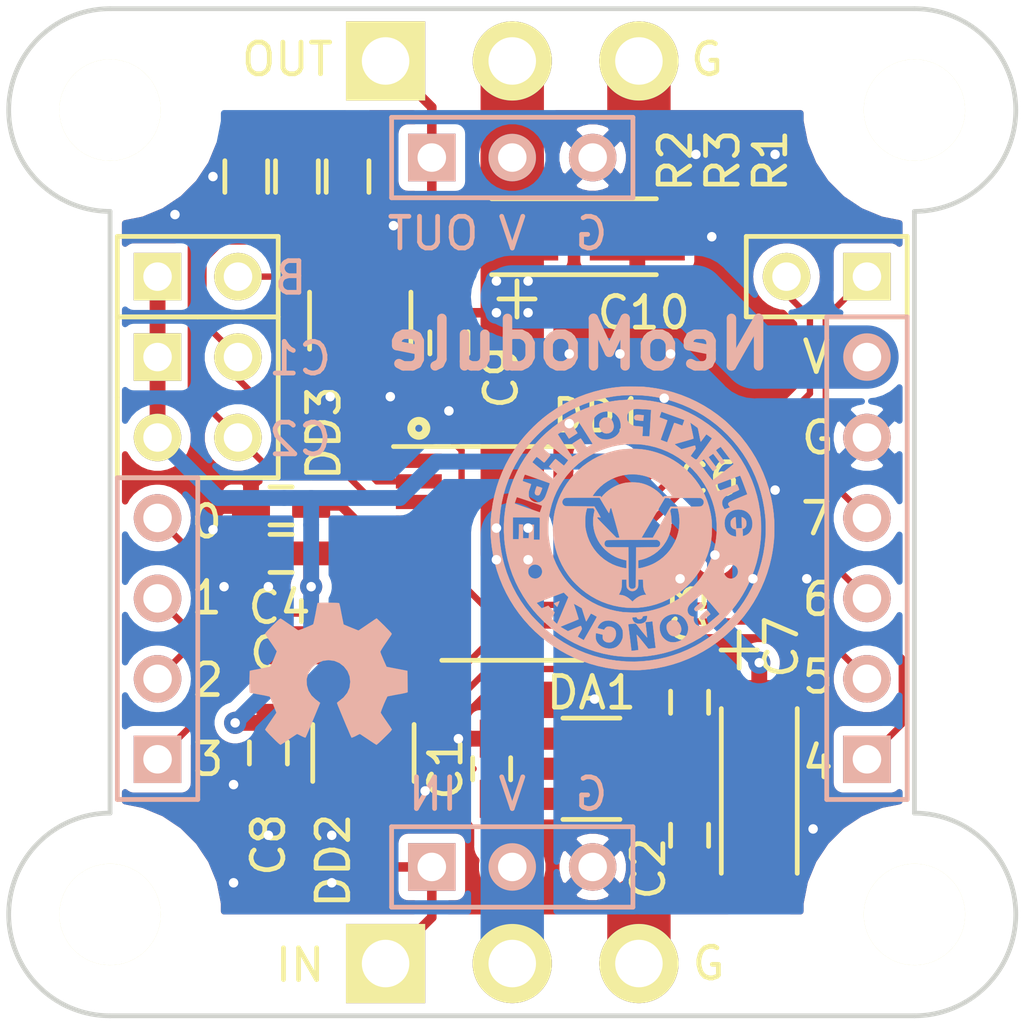
<source format=kicad_pcb>
(kicad_pcb (version 20171130) (host pcbnew "(5.0.0)")
  (layers (0 F.Cu signal) (31 B.Cu signal) (34 B.Paste user) (35 F.Paste user) (36 B.SilkS user) (37 F.SilkS user) (38 B.Mask user hide) (39 F.Mask user hide) (44 Edge.Cuts user))
  (net 0 "")
  (net 1 GND)
  (net 2 VIN)
  (net 3 "Net-(C2-Pad1)")
  (net 4 3V3)
  (net 5 "Net-(C4-Pad1)")
  (net 6 "Net-(DD1-Pad1)")
  (net 7 "Net-(DD1-Pad2)")
  (net 8 "Net-(DD1-Pad3)")
  (net 9 OUT1)
  (net 10 OUT2)
  (net 11 OUT3)
  (net 12 OUT4)
  (net 13 OUT5)
  (net 14 OUT6)
  (net 15 LED_IN)
  (net 16 LED_OUT)
  (net 17 "Net-(DD1-Pad14)")
  (net 18 OUT7_TX)
  (net 19 OUT8_RX)
  (net 20 SWDIO)
  (net 21 SWDCLK)
  (net 22 DIN)
  (net 23 DOUT)
  (module NewComponents:Pin_Header_Straight_1x03_mm_no_silk (layer F.Cu) (at 110.2 101.55 90)
    (fp_text reference REF** hide)
    (fp_text value Pin_Header_Straight_1x03_mm_no_silk)
    (pad 1 thru_hole rect (at 0 -1.5 90) (size 2.5 2.5) (drill 1.5) (layers *.Cu *.Mask F.SilkS) (net 22 DIN))
    (pad 2 thru_hole circle (at 0 2.5 90) (size 2.5 2.5) (drill 1.5) (layers *.Cu *.Mask F.SilkS) (net 2 VIN))
    (pad 3 thru_hole circle (at 0 6.5 90) (size 2.5 2.5) (drill 1.5) (layers *.Cu *.Mask F.SilkS) (net 1 GND))
  )
  (module Housings_SSOP:TSSOP-20_4.4x6.5mm_Pitch0.65mm (layer F.Cu) (at 112.7 88.6)
    (fp_text reference DD1 (at 2.75 -4.35) (layer F.SilkS))
    (fp_text value STM32F030F4Px)
    (pad 1 smd rect (at -2.95 -2.925) (size 1.45 0.45) (layers F.Cu F.Paste F.Mask) (net 6 "Net-(DD1-Pad1)"))
    (pad 2 smd rect (at -2.95 -2.275) (size 1.45 0.45) (layers F.Cu F.Paste F.Mask) (net 7 "Net-(DD1-Pad2)"))
    (pad 3 smd rect (at -2.95 -1.625) (size 1.45 0.45) (layers F.Cu F.Paste F.Mask) (net 8 "Net-(DD1-Pad3)"))
    (pad 4 smd rect (at -2.95 -0.975) (size 1.45 0.45) (layers F.Cu F.Paste F.Mask) (net 5 "Net-(C4-Pad1)"))
    (pad 5 smd rect (at -2.95 -0.325) (size 1.45 0.45) (layers F.Cu F.Paste F.Mask) (net 4 3V3))
    (pad 6 smd rect (at -2.95 0.325) (size 1.45 0.45) (layers F.Cu F.Paste F.Mask) (net 9 OUT1))
    (pad 7 smd rect (at -2.95 0.975) (size 1.45 0.45) (layers F.Cu F.Paste F.Mask) (net 10 OUT2))
    (pad 8 smd rect (at -2.95 1.625) (size 1.45 0.45) (layers F.Cu F.Paste F.Mask) (net 11 OUT3))
    (pad 9 smd rect (at -2.95 2.275) (size 1.45 0.45) (layers F.Cu F.Paste F.Mask) (net 12 OUT4))
    (pad 10 smd rect (at -2.95 2.925) (size 1.45 0.45) (layers F.Cu F.Paste F.Mask) (net 14 OUT6))
    (pad 11 smd rect (at 2.95 2.925) (size 1.45 0.45) (layers F.Cu F.Paste F.Mask) (net 13 OUT5))
    (pad 12 smd rect (at 2.95 2.275) (size 1.45 0.45) (layers F.Cu F.Paste F.Mask) (net 15 LED_IN))
    (pad 13 smd rect (at 2.95 1.625) (size 1.45 0.45) (layers F.Cu F.Paste F.Mask) (net 16 LED_OUT))
    (pad 14 smd rect (at 2.95 0.975) (size 1.45 0.45) (layers F.Cu F.Paste F.Mask) (net 17 "Net-(DD1-Pad14)"))
    (pad 15 smd rect (at 2.95 0.325) (size 1.45 0.45) (layers F.Cu F.Paste F.Mask) (net 1 GND))
    (pad 16 smd rect (at 2.95 -0.325) (size 1.45 0.45) (layers F.Cu F.Paste F.Mask) (net 4 3V3))
    (pad 17 smd rect (at 2.95 -0.975) (size 1.45 0.45) (layers F.Cu F.Paste F.Mask) (net 18 OUT7_TX))
    (pad 18 smd rect (at 2.95 -1.625) (size 1.45 0.45) (layers F.Cu F.Paste F.Mask) (net 19 OUT8_RX))
    (pad 19 smd rect (at 2.95 -2.275) (size 1.45 0.45) (layers F.Cu F.Paste F.Mask) (net 20 SWDIO))
    (pad 20 smd rect (at 2.95 -2.925) (size 1.45 0.45) (layers F.Cu F.Paste F.Mask) (net 21 SWDCLK))
  )
  (module Mounting_Holes:MountingHole_3.2mm_M3 (layer F.Cu) (at 125.4 100)
    (fp_text reference REF** hide)
    (fp_text value MountingHole_3.2mm_M3)
    (pad 1 np_thru_hole circle (at 0 0) (size 3.2 3.2) (drill 3.2) (layers *.Cu *.Mask F.SilkS))
  )
  (module Mounting_Holes:MountingHole_3.2mm_M3 (layer F.Cu) (at 125.4 74.6)
    (fp_text reference REF** hide)
    (fp_text value MountingHole_3.2mm_M3)
    (pad 1 np_thru_hole circle (at 0 0) (size 3.2 3.2) (drill 3.2) (layers *.Cu *.Mask F.SilkS))
  )
  (module Mounting_Holes:MountingHole_3.2mm_M3 (layer F.Cu) (at 100 74.6)
    (fp_text reference REF** hide)
    (fp_text value MountingHole_3.2mm_M3)
    (pad 1 np_thru_hole circle (at 0 0) (size 3.2 3.2) (drill 3.2) (layers *.Cu *.Mask F.SilkS))
  )
  (module Capacitors_SMD:C_0603_HandSoldering (layer F.Cu) (at 112.05 95.4 90)
    (fp_text reference C1 (at 0 -1.45 90) (layer F.SilkS))
    (fp_text value 2,2мкФ)
    (pad 2 smd rect (at 0.95 0 90) (size 1.2 0.75) (layers F.Cu F.Paste F.Mask) (net 1 GND))
    (pad 1 smd rect (at -0.95 0 90) (size 1.2 0.75) (layers F.Cu F.Paste F.Mask) (net 2 VIN))
  )
  (module Capacitors_SMD:C_0603_HandSoldering (layer F.Cu) (at 118.3 97.5 270)
    (fp_text reference C2 (at 1.05 1.3 270) (layer F.SilkS))
    (fp_text value 0,01мкФ)
    (pad 2 smd rect (at 0.95 0 270) (size 1.2 0.75) (layers F.Cu F.Paste F.Mask) (net 1 GND))
    (pad 1 smd rect (at -0.95 0 270) (size 1.2 0.75) (layers F.Cu F.Paste F.Mask) (net 3 "Net-(C2-Pad1)"))
  )
  (module Capacitors_SMD:C_0603_HandSoldering (layer F.Cu) (at 118.3 93.3 90)
    (fp_text reference C3 (at 2.8 0 90) (layer F.SilkS))
    (fp_text value 2,2мкФ)
    (pad 1 smd rect (at -0.95 0 90) (size 1.2 0.75) (layers F.Cu F.Paste F.Mask) (net 4 3V3))
    (pad 2 smd rect (at 0.95 0 90) (size 1.2 0.75) (layers F.Cu F.Paste F.Mask) (net 1 GND))
  )
  (module Capacitors_SMD:C_0603_HandSoldering (layer F.Cu) (at 105.4 87.1 180)
    (fp_text reference C4 (at 0.05 -3.2 180) (layer F.SilkS))
    (fp_text value 0,1мкФ)
    (pad 1 smd rect (at -0.95 0 180) (size 1.2 0.75) (layers F.Cu F.Paste F.Mask) (net 5 "Net-(C4-Pad1)"))
    (pad 2 smd rect (at 0.95 0 180) (size 1.2 0.75) (layers F.Cu F.Paste F.Mask) (net 1 GND))
  )
  (module Capacitors_SMD:C_0603_HandSoldering (layer F.Cu) (at 105.4 88.6)
    (fp_text reference C5 (at 0 3.15) (layer F.SilkS))
    (fp_text value 0,1мкФ)
    (pad 2 smd rect (at 0.95 0) (size 1.2 0.75) (layers F.Cu F.Paste F.Mask) (net 4 3V3))
    (pad 1 smd rect (at -0.95 0) (size 1.2 0.75) (layers F.Cu F.Paste F.Mask) (net 1 GND))
  )
  (module Capacitors_SMD:C_0603_HandSoldering (layer F.Cu) (at 120.05 87.6 180)
    (fp_text reference C6 (at 1.15 1.35 180) (layer F.SilkS))
    (fp_text value 0,1мкФ)
    (pad 1 smd rect (at -0.95 0 180) (size 1.2 0.75) (layers F.Cu F.Paste F.Mask) (net 1 GND))
    (pad 2 smd rect (at 0.95 0 180) (size 1.2 0.75) (layers F.Cu F.Paste F.Mask) (net 4 3V3))
  )
  (module NewComponents:TantalC_SizeA_EIA-3216_HandSoldering_mm (layer F.Cu) (at 120.5 96.1 270)
    (fp_text reference C7 (at -4.55 -0.7 270) (layer F.SilkS))
    (fp_text value 10мкФ)
    (fp_text user + (at -4.45 0.75 270) (layer F.SilkS) (effects (font (size 1.5 1.5))))
    (pad 1 smd rect (at -1.99898 0 270) (size 3 1.5) (layers F.Cu F.Paste F.Mask) (net 4 3V3))
    (pad 2 smd rect (at 1.99898 0 270) (size 3 1.5) (layers F.Cu F.Paste F.Mask) (net 1 GND))
  )
  (module Capacitors_SMD:C_0603_HandSoldering (layer F.Cu) (at 105 94.9 90)
    (fp_text reference C8 (at -2.9 0 90) (layer F.SilkS))
    (fp_text value 0,1мкФ)
    (pad 1 smd rect (at -0.95 0 90) (size 1.2 0.75) (layers F.Cu F.Paste F.Mask) (net 1 GND))
    (pad 2 smd rect (at 0.95 0 90) (size 1.2 0.75) (layers F.Cu F.Paste F.Mask) (net 4 3V3))
  )
  (module Capacitors_SMD:C_0603_HandSoldering (layer F.Cu) (at 110.7 81.95 90)
    (fp_text reference C9 (at -1.1 1.65 90) (layer F.SilkS))
    (fp_text value 0,1мкФ)
    (pad 2 smd rect (at 0.95 0 90) (size 1.2 0.75) (layers F.Cu F.Paste F.Mask) (net 2 VIN))
    (pad 1 smd rect (at -0.95 0 90) (size 1.2 0.75) (layers F.Cu F.Paste F.Mask) (net 1 GND))
  )
  (module NewComponents:TantalC_SizeA_EIA-3216_HandSoldering_mm (layer F.Cu) (at 114.65 78.6)
    (fp_text reference C10 (at 2.2 2.4) (layer F.SilkS))
    (fp_text value 10мкФ)
    (fp_text user + (at -1.8 1.85) (layer F.SilkS) (effects (font (size 1.5 1.5))))
    (pad 2 smd rect (at 1.99898 0) (size 3 1.5) (layers F.Cu F.Paste F.Mask) (net 1 GND))
    (pad 1 smd rect (at -1.99898 0) (size 3 1.5) (layers F.Cu F.Paste F.Mask) (net 2 VIN))
  )
  (module NewComponents:SOT-23-5_mm (layer F.Cu) (at 115.2 95.4)
    (fp_text reference DA1 (at 0 -2.4) (layer F.SilkS))
    (fp_text value LP2985-3.3)
    (pad 5 smd rect (at 1.2 -0.95) (size 1.1 0.7) (layers F.Cu F.Paste F.Mask) (net 4 3V3))
    (pad 4 smd rect (at 1.2 0.95) (size 1.1 0.7) (layers F.Cu F.Paste F.Mask) (net 3 "Net-(C2-Pad1)"))
    (pad 3 smd rect (at -1.2 0.95) (size 1.1 0.7) (layers F.Cu F.Paste F.Mask) (net 2 VIN))
    (pad 2 smd rect (at -1.2 0) (size 1.1 0.7) (layers F.Cu F.Paste F.Mask) (net 1 GND))
    (pad 1 smd rect (at -1.2 -0.95) (size 1.1 0.7) (layers F.Cu F.Paste F.Mask) (net 2 VIN))
  )
  (module NewComponents:SOT-23-5_mm (layer F.Cu) (at 108 94.9 90)
    (fp_text reference DD2 (at -3.4 -0.95 90) (layer F.SilkS))
    (fp_text value MC74VHC1GT125)
    (pad 1 smd rect (at -1.2 -0.95 90) (size 1.1 0.7) (layers F.Cu F.Paste F.Mask) (net 1 GND))
    (pad 2 smd rect (at -1.2 0 90) (size 1.1 0.7) (layers F.Cu F.Paste F.Mask) (net 22 DIN))
    (pad 3 smd rect (at -1.2 0.95 90) (size 1.1 0.7) (layers F.Cu F.Paste F.Mask) (net 1 GND))
    (pad 4 smd rect (at 1.2 0.95 90) (size 1.1 0.7) (layers F.Cu F.Paste F.Mask) (net 15 LED_IN))
    (pad 5 smd rect (at 1.2 -0.95 90) (size 1.1 0.7) (layers F.Cu F.Paste F.Mask) (net 4 3V3))
  )
  (module NewComponents:SOT-23-5_mm (layer F.Cu) (at 107.9 81.25 90)
    (fp_text reference DD3 (at -3.55 -1.15 270) (layer F.SilkS))
    (fp_text value 74AHC1G125)
    (pad 1 smd rect (at -1.2 -0.95 90) (size 1.1 0.7) (layers F.Cu F.Paste F.Mask) (net 1 GND))
    (pad 2 smd rect (at -1.2 0 90) (size 1.1 0.7) (layers F.Cu F.Paste F.Mask) (net 16 LED_OUT))
    (pad 3 smd rect (at -1.2 0.95 90) (size 1.1 0.7) (layers F.Cu F.Paste F.Mask) (net 1 GND))
    (pad 4 smd rect (at 1.2 0.95 90) (size 1.1 0.7) (layers F.Cu F.Paste F.Mask) (net 23 DOUT))
    (pad 5 smd rect (at 1.2 -0.95 90) (size 1.1 0.7) (layers F.Cu F.Paste F.Mask) (net 2 VIN))
  )
  (module Resistors_SMD:R_0603_HandSoldering (layer F.Cu) (at 107.5 76.7 90)
    (fp_text reference R1 (at 0.5 13.35 90) (layer F.SilkS))
    (fp_text value 10k)
    (pad 2 smd rect (at 1.1 0 90) (size 1.2 0.9) (layers F.Cu F.Paste F.Mask) (net 1 GND))
    (pad 1 smd rect (at -1.1 0 90) (size 1.2 0.9) (layers F.Cu F.Paste F.Mask) (net 6 "Net-(DD1-Pad1)"))
  )
  (module Resistors_SMD:R_0603_HandSoldering (layer F.Cu) (at 104.3 76.7 270)
    (fp_text reference R2 (at -0.5 -13.55 270) (layer F.SilkS))
    (fp_text value 10k)
    (pad 1 smd rect (at -1.1 0 270) (size 1.2 0.9) (layers F.Cu F.Paste F.Mask) (net 1 GND))
    (pad 2 smd rect (at 1.1 0 270) (size 1.2 0.9) (layers F.Cu F.Paste F.Mask) (net 8 "Net-(DD1-Pad3)"))
  )
  (module Resistors_SMD:R_0603_HandSoldering (layer F.Cu) (at 105.9 76.7 270)
    (fp_text reference R3 (at -0.5 -13.45 270) (layer F.SilkS))
    (fp_text value 10k)
    (pad 1 smd rect (at -1.1 0 270) (size 1.2 0.9) (layers F.Cu F.Paste F.Mask) (net 1 GND))
    (pad 2 smd rect (at 1.1 0 270) (size 1.2 0.9) (layers F.Cu F.Paste F.Mask) (net 7 "Net-(DD1-Pad2)"))
  )
  (module NewComponents:Pin_Header_Straight_2x02_mm (layer F.Cu) (at 101.5 82.4)
    (fp_text reference XP1 hide)
    (fp_text value Conn_02x02_Odd_Even)
    (pad 1 thru_hole rect (at 0 0) (size 1.5 1.5) (drill 0.9) (layers *.Cu *.Mask F.SilkS) (net 4 3V3))
    (pad 2 thru_hole circle (at 2.54 0) (size 1.5 1.5) (drill 0.9) (layers *.Cu *.Mask F.SilkS) (net 7 "Net-(DD1-Pad2)"))
    (pad 3 thru_hole circle (at 0 2.54) (size 1.5 1.5) (drill 0.9) (layers *.Cu *.Mask F.SilkS) (net 4 3V3))
    (pad 4 thru_hole circle (at 2.54 2.54) (size 1.5 1.5) (drill 0.9) (layers *.Cu *.Mask F.SilkS) (net 8 "Net-(DD1-Pad3)"))
  )
  (module NewComponents:Pin_Header_Straight_1x02_mm (layer F.Cu) (at 101.5 79.86 90)
    (fp_text reference XP2 hide)
    (fp_text value Conn_01x02)
    (pad 1 thru_hole rect (at 0 0 90) (size 1.5 1.5) (drill 0.9) (layers *.Cu *.Mask F.SilkS) (net 4 3V3))
    (pad 2 thru_hole oval (at 0 2.54 90) (size 1.5 1.5) (drill 0.9) (layers *.Cu *.Mask F.SilkS) (net 6 "Net-(DD1-Pad1)"))
  )
  (module Mounting_Holes:MountingHole_3.2mm_M3 (layer F.Cu) (at 100 100)
    (fp_text reference REF** hide)
    (fp_text value MountingHole_3.2mm_M3)
    (pad 1 np_thru_hole circle (at 0 0) (size 3.2 3.2) (drill 3.2) (layers *.Cu *.Mask F.SilkS))
  )
  (module NewComponents:Pin_Header_Straight_1x03_mm (layer B.Cu) (at 110.16 98.5 270)
    (fp_text reference XP6 hide)
    (fp_text value Conn_01x03)
    (pad 3 thru_hole circle (at 0 -5.08 270) (size 1.5 1.5) (drill 0.9) (layers *.Cu *.Mask B.SilkS) (net 1 GND))
    (pad 2 thru_hole circle (at 0 -2.54 270) (size 1.5 1.5) (drill 0.9) (layers *.Cu *.Mask B.SilkS) (net 2 VIN))
    (pad 1 thru_hole rect (at 0 0 270) (size 1.5 1.5) (drill 0.9) (layers *.Cu *.Mask B.SilkS) (net 22 DIN))
  )
  (module NewComponents:Pin_Header_Straight_1x03_mm (layer B.Cu) (at 110.16 76.1 270)
    (fp_text reference XP7 hide)
    (fp_text value Conn_01x03)
    (pad 1 thru_hole rect (at 0 0 270) (size 1.5 1.5) (drill 0.9) (layers *.Cu *.Mask B.SilkS) (net 23 DOUT))
    (pad 2 thru_hole circle (at 0 -2.54 270) (size 1.5 1.5) (drill 0.9) (layers *.Cu *.Mask B.SilkS) (net 2 VIN))
    (pad 3 thru_hole circle (at 0 -5.08 270) (size 1.5 1.5) (drill 0.9) (layers *.Cu *.Mask B.SilkS) (net 1 GND))
  )
  (module NewComponents:Pin_Header_Straight_1x02_mm (layer F.Cu) (at 123.9 79.86 270)
    (fp_text reference XP5 hide)
    (fp_text value Conn_01x02)
    (pad 1 thru_hole rect (at 0 0 270) (size 1.5 1.5) (drill 0.9) (layers *.Cu *.Mask F.SilkS) (net 20 SWDIO))
    (pad 2 thru_hole oval (at 0 2.54 270) (size 1.5 1.5) (drill 0.9) (layers *.Cu *.Mask F.SilkS) (net 21 SWDCLK))
  )
  (module NewComponents:Pin_Header_Straight_1x04_mm (layer B.Cu) (at 101.5 95.1)
    (fp_text reference XP3 hide)
    (fp_text value Conn_01x04)
    (pad 1 thru_hole rect (at 0 0) (size 1.5 1.5) (drill 0.9) (layers *.Cu *.Mask B.SilkS) (net 12 OUT4))
    (pad 2 thru_hole oval (at 0 -2.54) (size 1.5 1.5) (drill 0.9) (layers *.Cu *.Mask B.SilkS) (net 11 OUT3))
    (pad 3 thru_hole oval (at 0 -5.08) (size 1.5 1.5) (drill 0.9) (layers *.Cu *.Mask B.SilkS) (net 10 OUT2))
    (pad 4 thru_hole oval (at 0 -7.62) (size 1.5 1.5) (drill 0.9) (layers *.Cu *.Mask B.SilkS) (net 9 OUT1))
  )
  (module NewComponents:Pin_Header_Straight_1x06_mm (layer B.Cu) (at 123.9 95.1)
    (fp_text reference XP4 hide)
    (fp_text value Conn_01x06)
    (pad 1 thru_hole rect (at 0 0) (size 1.5 1.5) (drill 0.9) (layers *.Cu *.Mask B.SilkS) (net 13 OUT5))
    (pad 2 thru_hole circle (at 0 -2.54) (size 1.5 1.5) (drill 0.9) (layers *.Cu *.Mask B.SilkS) (net 14 OUT6))
    (pad 3 thru_hole circle (at 0 -5.08) (size 1.5 1.5) (drill 0.9) (layers *.Cu *.Mask B.SilkS) (net 18 OUT7_TX))
    (pad 4 thru_hole circle (at 0 -7.62) (size 1.5 1.5) (drill 0.9) (layers *.Cu *.Mask B.SilkS) (net 19 OUT8_RX))
    (pad 5 thru_hole circle (at 0 -10.16) (size 1.5 1.5) (drill 0.9) (layers *.Cu *.Mask B.SilkS) (net 1 GND))
    (pad 6 thru_hole circle (at 0 -12.7) (size 1.5 1.5) (drill 0.9) (layers *.Cu *.Mask B.SilkS) (net 2 VIN))
  )
  (module NewComponents:Pin_Header_Straight_1x03_mm_no_silk (layer F.Cu) (at 110.2 73.05 90)
    (fp_text reference REF** hide)
    (fp_text value Pin_Header_Straight_1x03_mm_no_silk)
    (pad 3 thru_hole circle (at 0 6.5 90) (size 2.5 2.5) (drill 1.5) (layers *.Cu *.Mask F.SilkS) (net 1 GND))
    (pad 2 thru_hole circle (at 0 2.5 90) (size 2.5 2.5) (drill 1.5) (layers *.Cu *.Mask F.SilkS) (net 2 VIN))
    (pad 1 thru_hole rect (at 0 -1.5 90) (size 2.5 2.5) (drill 1.5) (layers *.Cu *.Mask F.SilkS) (net 23 DOUT))
  )
  (module NewComponents:RDC_PCB (layer B.Cu) (at 116.5 87.8 180)
    (fp_text reference G*** hide)
    (fp_text value LOGO hide)
  )
  (module NewComponents:Logo_silk_OSHW_6x6mm_ (layer B.Cu) (at 106.9 92.4 180)
    (fp_text reference G*** hide)
    (fp_text value LOGO hide)
  )
  (gr_text NeoModule (at 114.8 82) (layer B.SilkS) (effects (font (size 1.5 1.5) (thickness 0.3)) (justify mirror)))
  (gr_text IN (at 110.2 96.2) (layer B.SilkS) (effects (font (size 1 1)) (justify mirror)))
  (gr_text G (at 115.2 96.2) (layer B.SilkS) (effects (font (size 1 1)) (justify mirror)))
  (gr_text V (at 112.7 96.2) (layer B.SilkS) (effects (font (size 1 1)) (justify mirror)))
  (gr_text OUT (at 110.2 78.5) (layer B.SilkS) (effects (font (size 1 1)) (justify mirror)))
  (gr_text G (at 115.2 78.5) (layer B.SilkS) (effects (font (size 1 1)) (justify mirror)))
  (gr_text V (at 112.7 78.5) (layer B.SilkS) (effects (font (size 1 1)) (justify mirror)))
  (gr_text C2 (at 106 85) (layer B.SilkS) (effects (font (size 1 1)) (justify mirror)))
  (gr_text C1 (at 106 82.45) (layer B.SilkS) (effects (font (size 1 1)) (justify mirror)))
  (gr_text B (at 105.7 79.9) (layer B.SilkS) (effects (font (size 1 1)) (justify mirror)))
  (gr_text IN (at 106 101.6) (layer F.SilkS) (effects (font (size 1 1))))
  (gr_text G (at 118.9 101.55) (layer F.SilkS) (effects (font (size 1 1))))
  (gr_text G (at 118.85 73) (layer F.SilkS) (effects (font (size 1 1))))
  (gr_text OUT (at 105.6 73) (layer F.SilkS) (effects (font (size 1 1))))
  (gr_circle (center 109.75 84.65) (end 109.861803 84.65) (layer F.SilkS) (width 0.25))
  (gr_text V (at 122.3 82.4) (layer F.SilkS) (effects (font (size 1 1))))
  (gr_text G (at 122.35 84.95) (layer F.SilkS) (effects (font (size 1 1))))
  (gr_text 7 (at 122.3 87.5) (layer F.SilkS) (effects (font (size 1 1))))
  (gr_text 6 (at 122.35 90.05) (layer F.SilkS) (effects (font (size 1 1))))
  (gr_text 5 (at 122.35 92.5) (layer F.SilkS) (effects (font (size 1 1))))
  (gr_text 4 (at 122.35 95.2) (layer F.SilkS) (effects (font (size 1 1))))
  (gr_text 3 (at 103.1 95.1) (layer F.SilkS) (effects (font (size 1 1))))
  (gr_text 2 (at 103.1 92.6) (layer F.SilkS) (effects (font (size 1 1))))
  (gr_text 1 (at 103.05 90) (layer F.SilkS) (effects (font (size 1 1))))
  (gr_text 0 (at 103.05 87.6) (layer F.SilkS) (effects (font (size 1 1))))
  (gr_arc (start 100 100) (end 100 96.8) (angle -180) (layer Edge.Cuts) (width 0.15))
  (gr_arc (start 125.4 100) (end 125.4 103.2) (angle -180) (layer Edge.Cuts) (width 0.15))
  (gr_arc (start 125.4 74.6) (end 125.4 77.8) (angle -180) (layer Edge.Cuts) (width 0.15))
  (gr_arc (start 100 74.6) (end 100 71.4) (angle -180) (layer Edge.Cuts) (width 0.15))
  (gr_line (start 125.4 103.2) (end 100 103.2) (layer Edge.Cuts) (width 0.15))
  (gr_line (start 125.4 77.8) (end 125.4 96.8) (layer Edge.Cuts) (width 0.15))
  (gr_line (start 100 71.4) (end 125.4 71.4) (layer Edge.Cuts) (width 0.15))
  (gr_line (start 100 96.8) (end 100 77.8) (layer Edge.Cuts) (width 0.15))
  (via (at 111 94.45) (size 0.7) (drill 0.3) (layers F.Cu B.Cu) (net 1))
  (segment (start 112.05 94.45) (end 111 94.45) (width 0.2) (layer F.Cu) (net 1))
  (via (at 106.95 83.65) (size 0.7) (drill 0.3) (layers F.Cu B.Cu) (net 1))
  (segment (start 106.95 82.45) (end 106.95 83.65) (width 0.3) (layer F.Cu) (net 1))
  (via (at 108.85 83.65) (size 0.7) (drill 0.3) (layers F.Cu B.Cu) (net 1))
  (segment (start 108.85 82.45) (end 108.85 83.65) (width 0.3) (layer F.Cu) (net 1))
  (via (at 109.95 96.1) (size 0.7) (drill 0.3) (layers F.Cu B.Cu) (net 1))
  (via (at 103.25 76.7) (size 0.7) (drill 0.3) (layers F.Cu B.Cu) (net 1))
  (via (at 108.95 78.25) (size 0.7) (drill 0.3) (layers F.Cu B.Cu) (net 1))
  (segment (start 116.7 73.05) (end 116.7 74.7) (width 2) (layer F.Cu) (net 1))
  (segment (start 116.7 101.55) (end 116.7 99.8) (width 2) (layer F.Cu) (net 1))
  (via (at 102.05 77.9) (size 0.7) (drill 0.3) (layers F.Cu B.Cu) (net 1))
  (segment (start 115.65 88.925) (end 116.975 88.925) (width 0.3) (layer F.Cu) (net 1))
  (segment (start 115.65 88.925) (end 114.375 88.925) (width 0.3) (layer F.Cu) (net 1))
  (via (at 118 89.4) (size 0.7) (drill 0.3) (layers F.Cu B.Cu) (net 1))
  (via (at 120.3 89.4) (size 0.7) (drill 0.3) (layers F.Cu B.Cu) (net 1))
  (via (at 110.7 84.1) (size 0.7) (drill 0.3) (layers F.Cu B.Cu) (net 1))
  (via (at 121 76) (size 0.7) (drill 0.3) (layers F.Cu B.Cu) (net 1))
  (via (at 118.5 76) (size 0.7) (drill 0.3) (layers F.Cu B.Cu) (net 1))
  (via (at 119 78.6) (size 0.7) (drill 0.3) (layers F.Cu B.Cu) (net 1))
  (via (at 114.5 82.3) (size 0.7) (drill 0.3) (layers F.Cu B.Cu) (net 1))
  (via (at 117.7 82.3) (size 0.7) (drill 0.3) (layers F.Cu B.Cu) (net 1))
  (via (at 116.1 82.3) (size 0.7) (drill 0.3) (layers F.Cu B.Cu) (net 1))
  (via (at 114.5 84.5) (size 0.7) (drill 0.3) (layers F.Cu B.Cu) (net 1))
  (via (at 122.2 97.3) (size 0.7) (drill 0.3) (layers F.Cu B.Cu) (net 1))
  (via (at 122 89.4) (size 0.7) (drill 0.3) (layers F.Cu B.Cu) (net 1))
  (via (at 121 86.6) (size 0.7) (drill 0.3) (layers F.Cu B.Cu) (net 1))
  (via (at 115.3 93.2) (size 0.7) (drill 0.3) (layers F.Cu B.Cu) (net 1))
  (via (at 103.9 95.9) (size 0.7) (drill 0.3) (layers F.Cu B.Cu) (net 1))
  (via (at 107 97.5) (size 0.7) (drill 0.3) (layers F.Cu B.Cu) (net 1))
  (via (at 105 97.5) (size 0.7) (drill 0.3) (layers F.Cu B.Cu) (net 1))
  (via (at 107 99) (size 0.7) (drill 0.3) (layers F.Cu B.Cu) (net 1))
  (via (at 103.9 99) (size 0.7) (drill 0.3) (layers F.Cu B.Cu) (net 1))
  (via (at 117.5 83.7) (size 0.7) (drill 0.3) (layers F.Cu B.Cu) (net 1))
  (via (at 103.25 87.85) (size 0.7) (drill 0.3) (layers F.Cu B.Cu) (net 1))
  (via (at 103.6 89.65) (size 0.7) (drill 0.3) (layers F.Cu B.Cu) (net 1))
  (via (at 105 89.65) (size 0.7) (drill 0.3) (layers F.Cu B.Cu) (net 1))
  (via (at 112.2 80) (size 0.7) (drill 0.3) (layers F.Cu B.Cu) (net 2))
  (via (at 113.2 80) (size 0.7) (drill 0.3) (layers F.Cu B.Cu) (net 2))
  (via (at 112.2 81) (size 0.7) (drill 0.3) (layers F.Cu B.Cu) (net 2))
  (via (at 113.2 81) (size 0.7) (drill 0.3) (layers F.Cu B.Cu) (net 2))
  (segment (start 112.7 76.1) (end 112.7 78.09898) (width 2) (layer F.Cu) (net 2))
  (segment (start 112.05 97.85) (end 112.7 98.5) (width 0.5) (layer F.Cu) (net 2))
  (segment (start 112.05 96.35) (end 112.05 97.85) (width 0.5) (layer F.Cu) (net 2))
  (segment (start 112.05 96.35) (end 114 96.35) (width 0.5) (layer F.Cu) (net 2))
  (segment (start 114.95 94.45) (end 114 94.45) (width 0.5) (layer F.Cu) (net 2))
  (segment (start 115.3 94.8) (end 114.95 94.45) (width 0.5) (layer F.Cu) (net 2))
  (segment (start 115.3 96) (end 115.3 94.8) (width 0.5) (layer F.Cu) (net 2))
  (segment (start 114 96.35) (end 114.95 96.35) (width 0.5) (layer F.Cu) (net 2))
  (segment (start 114.95 96.35) (end 115.3 96) (width 0.5) (layer F.Cu) (net 2))
  (segment (start 112.7 76.1) (end 112.7 88.55) (width 2) (layer F.Cu) (net 2))
  (via (at 112.2 88.8) (size 0.7) (drill 0.3) (layers F.Cu B.Cu) (net 2))
  (via (at 112.2 87.8) (size 0.7) (drill 0.3) (layers F.Cu B.Cu) (net 2))
  (via (at 113.2 87.8) (size 0.7) (drill 0.3) (layers F.Cu B.Cu) (net 2))
  (via (at 113.2 88.8) (size 0.7) (drill 0.3) (layers F.Cu B.Cu) (net 2))
  (segment (start 112.7 98.5) (end 112.7 88) (width 2) (layer B.Cu) (net 2))
  (segment (start 106.95 80.05) (end 106.95 80.95) (width 0.3) (layer F.Cu) (net 2))
  (segment (start 106.95 80.95) (end 107.25 81.25) (width 0.3) (layer F.Cu) (net 2))
  (segment (start 110.45 81.25) (end 110.7 81) (width 0.3) (layer F.Cu) (net 2))
  (segment (start 107.25 81.25) (end 110.45 81.25) (width 0.3) (layer F.Cu) (net 2))
  (segment (start 110.7 81) (end 112.2 81) (width 0.3) (layer F.Cu) (net 2))
  (segment (start 112.7 76.1) (end 112.7 73.05) (width 2) (layer F.Cu) (net 2))
  (segment (start 112.7 101.55) (end 112.7 98.5) (width 2) (layer B.Cu) (net 2))
  (segment (start 120.35 82.4) (end 118.45 80.5) (width 2) (layer B.Cu) (net 2))
  (segment (start 123.9 82.4) (end 120.35 82.4) (width 2) (layer B.Cu) (net 2))
  (segment (start 118.45 80.5) (end 112.7 80.5) (width 2) (layer B.Cu) (net 2))
  (segment (start 118.1 96.35) (end 118.3 96.55) (width 0.5) (layer F.Cu) (net 3))
  (segment (start 116.4 96.35) (end 118.1 96.35) (width 0.5) (layer F.Cu) (net 3))
  (segment (start 107.35 88.6) (end 106.35 88.6) (width 0.3) (layer F.Cu) (net 4))
  (segment (start 108.325 88.275) (end 107.675 88.275) (width 0.3) (layer F.Cu) (net 4))
  (segment (start 107.675 88.275) (end 107.35 88.6) (width 0.3) (layer F.Cu) (net 4))
  (segment (start 108.325 88.275) (end 109.75 88.275) (width 0.3) (layer F.Cu) (net 4))
  (segment (start 101.5 79.86) (end 101.5 82.4) (width 0.5) (layer F.Cu) (net 4))
  (segment (start 101.5 82.4) (end 101.5 84.94) (width 0.5) (layer F.Cu) (net 4))
  (via (at 106.35 89.65) (size 0.7) (drill 0.3) (layers F.Cu B.Cu) (net 4))
  (segment (start 118.1 94.45) (end 118.3 94.25) (width 0.5) (layer F.Cu) (net 4))
  (segment (start 116.4 94.45) (end 118.1 94.45) (width 0.5) (layer F.Cu) (net 4))
  (segment (start 120.35102 94.25) (end 120.5 94.10102) (width 0.5) (layer F.Cu) (net 4))
  (segment (start 118.3 94.25) (end 120.35102 94.25) (width 0.5) (layer F.Cu) (net 4))
  (segment (start 106.35 88.6) (end 106.35 89.65) (width 0.5) (layer F.Cu) (net 4))
  (via (at 103.95 93.95) (size 0.7) (drill 0.3) (layers F.Cu B.Cu) (net 4))
  (segment (start 103.95 93.95) (end 105 93.95) (width 0.5) (layer F.Cu) (net 4))
  (segment (start 106.35 91.55) (end 103.95 93.95) (width 0.5) (layer B.Cu) (net 4))
  (segment (start 106.35 89.65) (end 106.35 91.55) (width 0.5) (layer B.Cu) (net 4))
  (segment (start 115.65 88.275) (end 117.3 88.275) (width 0.3) (layer F.Cu) (net 4))
  (segment (start 117.3 88.275) (end 117.55 88.275) (width 0.2) (layer F.Cu) (net 4))
  (segment (start 120.5 94.10102) (end 120.5 92.05) (width 0.5) (layer F.Cu) (net 4))
  (via (at 120.5 92.05) (size 0.7) (drill 0.3) (layers F.Cu B.Cu) (net 4))
  (via (at 119.1 88.65) (size 0.7) (drill 0.3) (layers F.Cu B.Cu) (net 4))
  (segment (start 119.1 88.65) (end 119.1 87.6) (width 0.5) (layer F.Cu) (net 4))
  (segment (start 117.475 88.275) (end 117.3 88.275) (width 0.5) (layer F.Cu) (net 4))
  (segment (start 119.1 87.6) (end 118.15 87.6) (width 0.5) (layer F.Cu) (net 4))
  (segment (start 118.15 87.6) (end 117.475 88.275) (width 0.5) (layer F.Cu) (net 4))
  (segment (start 119.1 90.65) (end 119.1 88.65) (width 0.5) (layer B.Cu) (net 4))
  (segment (start 120.5 92.05) (end 119.1 90.65) (width 0.5) (layer B.Cu) (net 4))
  (segment (start 105 93.7) (end 105 93.95) (width 0.5) (layer F.Cu) (net 4))
  (segment (start 107.05 93.7) (end 105 93.7) (width 0.5) (layer F.Cu) (net 4))
  (segment (start 119.1 88.65) (end 116.15 85.7) (width 0.5) (layer B.Cu) (net 4))
  (segment (start 116.15 85.7) (end 110.3 85.7) (width 0.5) (layer B.Cu) (net 4))
  (segment (start 101.5 84.94) (end 103.41 86.85) (width 0.5) (layer B.Cu) (net 4))
  (segment (start 103.41 86.85) (end 105.5 86.85) (width 0.5) (layer B.Cu) (net 4))
  (segment (start 106.35 87.7) (end 106.35 89.65) (width 0.5) (layer B.Cu) (net 4))
  (segment (start 110.3 85.7) (end 109.15 86.85) (width 0.5) (layer B.Cu) (net 4))
  (segment (start 106.35 87.7) (end 106.35 86.85) (width 0.5) (layer B.Cu) (net 4))
  (segment (start 109.15 86.85) (end 106.35 86.85) (width 0.5) (layer B.Cu) (net 4))
  (segment (start 106.35 86.85) (end 105.5 86.85) (width 0.5) (layer B.Cu) (net 4))
  (segment (start 107.3 87.1) (end 106.35 87.1) (width 0.3) (layer F.Cu) (net 5))
  (segment (start 107.3 87.1) (end 107.825 87.625) (width 0.3) (layer F.Cu) (net 5))
  (segment (start 107.825 87.625) (end 108.3 87.625) (width 0.3) (layer F.Cu) (net 5))
  (segment (start 109.75 87.625) (end 108.3 87.625) (width 0.3) (layer F.Cu) (net 5))
  (segment (start 107.5 77.95) (end 107.5 77.8) (width 0.2) (layer F.Cu) (net 6))
  (segment (start 105.59 79.86) (end 107.5 77.95) (width 0.2) (layer F.Cu) (net 6))
  (segment (start 104.04 79.86) (end 105.35 79.86) (width 0.2) (layer F.Cu) (net 6))
  (segment (start 105.35 79.86) (end 105.59 79.86) (width 0.2) (layer F.Cu) (net 6))
  (segment (start 108.525 85.675) (end 109.75 85.675) (width 0.2) (layer F.Cu) (net 6))
  (segment (start 106.95 85.2) (end 108.05 85.2) (width 0.2) (layer F.Cu) (net 6))
  (segment (start 105.35 79.86) (end 105.35 83.6) (width 0.2) (layer F.Cu) (net 6))
  (segment (start 108.05 85.2) (end 108.525 85.675) (width 0.2) (layer F.Cu) (net 6))
  (segment (start 105.35 83.6) (end 106.95 85.2) (width 0.2) (layer F.Cu) (net 6))
  (segment (start 102.95 79.35) (end 103.55 78.75) (width 0.2) (layer F.Cu) (net 7))
  (segment (start 104.04 82.4) (end 102.95 81.31) (width 0.2) (layer F.Cu) (net 7))
  (segment (start 102.95 81.31) (end 102.95 79.35) (width 0.2) (layer F.Cu) (net 7))
  (segment (start 103.55 78.75) (end 105.1 78.75) (width 0.2) (layer F.Cu) (net 7))
  (segment (start 105.9 77.95) (end 105.9 77.8) (width 0.2) (layer F.Cu) (net 7))
  (segment (start 105.1 78.75) (end 105.9 77.95) (width 0.2) (layer F.Cu) (net 7))
  (segment (start 104.04 83.09) (end 104.04 82.4) (width 0.2) (layer F.Cu) (net 7))
  (segment (start 106.65 85.7) (end 104.04 83.09) (width 0.2) (layer F.Cu) (net 7))
  (segment (start 107.8 85.7) (end 106.65 85.7) (width 0.2) (layer F.Cu) (net 7))
  (segment (start 109.75 86.325) (end 108.425 86.325) (width 0.2) (layer F.Cu) (net 7))
  (segment (start 108.425 86.325) (end 107.8 85.7) (width 0.2) (layer F.Cu) (net 7))
  (segment (start 102.55 83.45) (end 104.04 84.94) (width 0.2) (layer F.Cu) (net 8))
  (segment (start 102.55 78.65) (end 102.55 83.45) (width 0.2) (layer F.Cu) (net 8))
  (segment (start 104.3 77.8) (end 103.4 77.8) (width 0.2) (layer F.Cu) (net 8))
  (segment (start 103.4 77.8) (end 102.55 78.65) (width 0.2) (layer F.Cu) (net 8))
  (segment (start 107.55 86.2) (end 108.325 86.975) (width 0.2) (layer F.Cu) (net 8))
  (segment (start 104.04 84.94) (end 105.3 86.2) (width 0.2) (layer F.Cu) (net 8))
  (segment (start 108.325 86.975) (end 109.75 86.975) (width 0.2) (layer F.Cu) (net 8))
  (segment (start 105.3 86.2) (end 107.55 86.2) (width 0.2) (layer F.Cu) (net 8))
  (segment (start 102.8 88.78) (end 101.5 87.48) (width 0.2) (layer F.Cu) (net 9))
  (segment (start 102.8 90) (end 102.8 88.78) (width 0.2) (layer F.Cu) (net 9))
  (segment (start 103.3 90.5) (end 102.8 90) (width 0.2) (layer F.Cu) (net 9))
  (segment (start 106.75 90.5) (end 103.3 90.5) (width 0.2) (layer F.Cu) (net 9))
  (segment (start 109.75 88.925) (end 108.325 88.925) (width 0.2) (layer F.Cu) (net 9))
  (segment (start 108.325 88.925) (end 106.75 90.5) (width 0.2) (layer F.Cu) (net 9))
  (segment (start 101.5 90.02) (end 101.52 90.02) (width 0.2) (layer F.Cu) (net 10))
  (segment (start 109.75 89.575) (end 108.425 89.575) (width 0.2) (layer F.Cu) (net 10))
  (segment (start 108.425 89.575) (end 107 91) (width 0.2) (layer F.Cu) (net 10))
  (segment (start 107 91) (end 102.48 91) (width 0.2) (layer F.Cu) (net 10))
  (segment (start 102.48 91) (end 101.5 90.02) (width 0.2) (layer F.Cu) (net 10))
  (segment (start 109.75 90.225) (end 108.525 90.225) (width 0.2) (layer F.Cu) (net 11))
  (segment (start 101.5 92.56) (end 102.56 91.5) (width 0.2) (layer F.Cu) (net 11))
  (segment (start 102.56 91.5) (end 107.25 91.5) (width 0.2) (layer F.Cu) (net 11))
  (segment (start 107.25 91.5) (end 108.525 90.225) (width 0.2) (layer F.Cu) (net 11))
  (segment (start 107.5 92) (end 108.625 90.875) (width 0.2) (layer F.Cu) (net 12))
  (segment (start 109.75 90.875) (end 108.625 90.875) (width 0.2) (layer F.Cu) (net 12))
  (segment (start 107.5 92) (end 103.3 92) (width 0.2) (layer F.Cu) (net 12))
  (segment (start 103.3 92) (end 102.8 92.5) (width 0.2) (layer F.Cu) (net 12))
  (segment (start 102.8 93.8) (end 101.5 95.1) (width 0.2) (layer F.Cu) (net 12))
  (segment (start 102.8 92.5) (end 102.8 93.8) (width 0.2) (layer F.Cu) (net 12))
  (segment (start 125 94) (end 123.9 95.1) (width 0.2) (layer F.Cu) (net 13))
  (segment (start 125 91.9) (end 125 94) (width 0.2) (layer F.Cu) (net 13))
  (segment (start 115.65 91.525) (end 116.725 91.525) (width 0.2) (layer F.Cu) (net 13))
  (segment (start 116.725 91.525) (end 118 90.25) (width 0.2) (layer F.Cu) (net 13))
  (segment (start 118 90.25) (end 122.3 90.25) (width 0.2) (layer F.Cu) (net 13))
  (segment (start 122.3 90.25) (end 123.35 91.3) (width 0.2) (layer F.Cu) (net 13))
  (segment (start 123.35 91.3) (end 124.4 91.3) (width 0.2) (layer F.Cu) (net 13))
  (segment (start 124.4 91.3) (end 125 91.9) (width 0.2) (layer F.Cu) (net 13))
  (segment (start 122.49 91.15) (end 123.9 92.56) (width 0.2) (layer F.Cu) (net 14))
  (segment (start 122.09 90.75) (end 122.49 91.15) (width 0.2) (layer F.Cu) (net 14))
  (segment (start 118.25 90.75) (end 122.09 90.75) (width 0.2) (layer F.Cu) (net 14))
  (segment (start 116.75 92.25) (end 118.25 90.75) (width 0.2) (layer F.Cu) (net 14))
  (segment (start 111.95 92.25) (end 116.75 92.25) (width 0.2) (layer F.Cu) (net 14))
  (segment (start 108.725 91.525) (end 108 92.25) (width 0.2) (layer F.Cu) (net 14))
  (segment (start 109.75 91.525) (end 108.725 91.525) (width 0.2) (layer F.Cu) (net 14))
  (segment (start 108 92.25) (end 108 94.45) (width 0.2) (layer F.Cu) (net 14))
  (segment (start 108 94.45) (end 108.45 94.9) (width 0.2) (layer F.Cu) (net 14))
  (segment (start 108.45 94.9) (end 109.3 94.9) (width 0.2) (layer F.Cu) (net 14))
  (segment (start 109.3 94.9) (end 111.95 92.25) (width 0.2) (layer F.Cu) (net 14))
  (segment (start 109.65 93.7) (end 108.95 93.7) (width 0.2) (layer F.Cu) (net 15))
  (segment (start 115.65 90.875) (end 112.475 90.875) (width 0.2) (layer F.Cu) (net 15))
  (segment (start 112.475 90.875) (end 109.65 93.7) (width 0.2) (layer F.Cu) (net 15))
  (segment (start 111.775 90.225) (end 115.65 90.225) (width 0.2) (layer F.Cu) (net 16))
  (segment (start 107.9 84) (end 108.8 84.9) (width 0.2) (layer F.Cu) (net 16))
  (segment (start 107.9 82.45) (end 107.9 84) (width 0.2) (layer F.Cu) (net 16))
  (segment (start 108.8 84.9) (end 110.65 84.9) (width 0.2) (layer F.Cu) (net 16))
  (segment (start 110.65 84.9) (end 111.1 85.35) (width 0.2) (layer F.Cu) (net 16))
  (segment (start 111.1 85.35) (end 111.1 89.55) (width 0.2) (layer F.Cu) (net 16))
  (segment (start 111.1 89.55) (end 111.775 90.225) (width 0.2) (layer F.Cu) (net 16))
  (segment (start 122.6 88.72) (end 123.9 90.02) (width 0.2) (layer F.Cu) (net 18))
  (segment (start 122.6 86.9) (end 122.6 88.72) (width 0.2) (layer F.Cu) (net 18))
  (segment (start 121.4 85.7) (end 122.6 86.9) (width 0.2) (layer F.Cu) (net 18))
  (segment (start 119 85.7) (end 121.4 85.7) (width 0.2) (layer F.Cu) (net 18))
  (segment (start 115.65 87.625) (end 117.075 87.625) (width 0.2) (layer F.Cu) (net 18))
  (segment (start 117.075 87.625) (end 119 85.7) (width 0.2) (layer F.Cu) (net 18))
  (segment (start 121.62 85.2) (end 123.9 87.48) (width 0.2) (layer F.Cu) (net 19))
  (segment (start 118.75 85.2) (end 121.62 85.2) (width 0.2) (layer F.Cu) (net 19))
  (segment (start 115.65 86.975) (end 116.975 86.975) (width 0.2) (layer F.Cu) (net 19))
  (segment (start 116.975 86.975) (end 118.75 85.2) (width 0.2) (layer F.Cu) (net 19))
  (segment (start 116.875 86.325) (end 115.65 86.325) (width 0.2) (layer F.Cu) (net 20))
  (segment (start 118.5 84.7) (end 116.875 86.325) (width 0.2) (layer F.Cu) (net 20))
  (segment (start 121.7 84.7) (end 118.5 84.7) (width 0.2) (layer F.Cu) (net 20))
  (segment (start 122.6 83.8) (end 121.7 84.7) (width 0.2) (layer F.Cu) (net 20))
  (segment (start 123.9 79.86) (end 122.6 81.16) (width 0.2) (layer F.Cu) (net 20))
  (segment (start 122.6 81.16) (end 122.6 83.8) (width 0.2) (layer F.Cu) (net 20))
  (segment (start 116.775 85.675) (end 115.65 85.675) (width 0.2) (layer F.Cu) (net 21))
  (segment (start 121.36 80.41) (end 122.1 81.15) (width 0.2) (layer F.Cu) (net 21))
  (segment (start 121.36 79.86) (end 121.36 80.41) (width 0.2) (layer F.Cu) (net 21))
  (segment (start 122.1 81.15) (end 122.1 83.55) (width 0.2) (layer F.Cu) (net 21))
  (segment (start 122.1 83.55) (end 121.45 84.2) (width 0.2) (layer F.Cu) (net 21))
  (segment (start 121.45 84.2) (end 118.25 84.2) (width 0.2) (layer F.Cu) (net 21))
  (segment (start 118.25 84.2) (end 116.775 85.675) (width 0.2) (layer F.Cu) (net 21))
  (segment (start 108.9 98.5) (end 110.16 98.5) (width 0.3) (layer F.Cu) (net 22))
  (segment (start 108 96.1) (end 108 97.6) (width 0.3) (layer F.Cu) (net 22))
  (segment (start 108 97.6) (end 108.9 98.5) (width 0.3) (layer F.Cu) (net 22))
  (segment (start 110.16 100.09) (end 110.16 98.5) (width 0.3) (layer F.Cu) (net 22))
  (segment (start 108.7 101.55) (end 110.16 100.09) (width 0.3) (layer F.Cu) (net 22))
  (segment (start 110.16 76.1) (end 110.16 78.54) (width 0.3) (layer F.Cu) (net 23))
  (segment (start 108.85 79.85) (end 108.85 80.05) (width 0.3) (layer F.Cu) (net 23))
  (segment (start 110.16 78.54) (end 108.85 79.85) (width 0.3) (layer F.Cu) (net 23))
  (segment (start 110.16 76.1) (end 110.16 76.11) (width 0.3) (layer F.Cu) (net 23))
  (segment (start 110.16 74.51) (end 108.7 73.05) (width 0.3) (layer F.Cu) (net 23))
  (segment (start 110.16 76.1) (end 110.16 74.51) (width 0.3) (layer F.Cu) (net 23))
  (zone (net 1) (net_name GND) (layer F.Cu) (connect_pads (clearance 0.3)) (min_thickness 0.2) (fill yes (arc_segments 32) (thermal_gap 0.3) (thermal_bridge_width 0.5))
    (polygon (pts (xy 125.4 82.9) (xy 122.8 82.9) (xy 122.8 87.1) (xy 125.4 87.1) (xy 125.4 100) (xy 100 100) (xy 100 74.6) (xy 125.4 74.6)))
    (polygon (pts (xy 107.2 78.75) (xy 105.75 80.1) (xy 105.75 82.2) (xy 108.25 82.2) (xy 108.25 78.4)))
  )
  (zone (net 1) (net_name GND) (layer B.Cu) (connect_pads (clearance 0.3)) (min_thickness 0.2) (fill yes (arc_segments 32) (thermal_gap 0.3) (thermal_bridge_width 0.5))
    (polygon (pts (xy 100 100) (xy 100 74.6) (xy 125.4 74.6) (xy 125.4 100)))
  )
)
</source>
